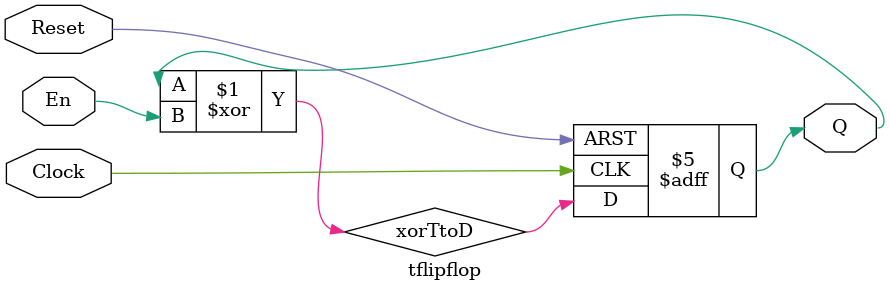
<source format=v>
`timescale 1ns / 1ps

module tflipflop(
		input Clock,
		input Reset,	
		input En,
		output reg Q
	);
	wire xorTtoD;

	initial Q = 1'b0;

	xor 
		g(xorTtoD, Q, En);

	always @(negedge Reset, posedge Clock)
	begin
		// Reset occurs when low.
		if(!Reset)
			Q <= 0;
		else
			Q <= xorTtoD;
	end
endmodule
</source>
